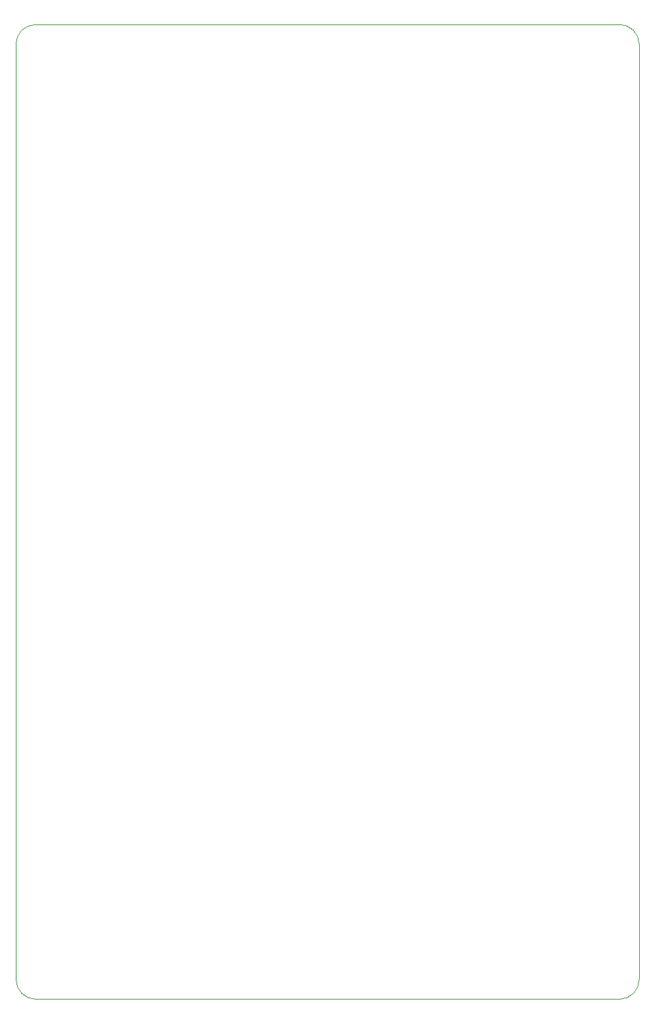
<source format=gm1>
G04*
G04 #@! TF.GenerationSoftware,Altium Limited,Altium Designer,20.0.9 (164)*
G04*
G04 Layer_Color=16711935*
%FSLAX24Y24*%
%MOIN*%
G70*
G01*
G75*
%ADD15C,0.0039*%
D15*
X994Y49213D02*
G03*
X-0Y48213I6J-1000D01*
G01*
X31496Y48218D02*
G03*
X30496Y49213I-1000J-6D01*
G01*
X0Y994D02*
G03*
X1000Y-0I1000J6D01*
G01*
X30502Y0D02*
G03*
X31496Y1000I-6J1000D01*
G01*
X31496D02*
Y48218D01*
X994Y49213D02*
X30496D01*
X0Y994D02*
Y48213D01*
X1004Y0D02*
X30502D01*
X994Y49213D02*
G03*
X-0Y48213I6J-1000D01*
G01*
X31496Y48218D02*
G03*
X30496Y49213I-1000J-6D01*
G01*
X0Y994D02*
G03*
X1000Y-0I1000J6D01*
G01*
X30502Y0D02*
G03*
X31496Y1000I-6J1000D01*
G01*
X31496D02*
Y48218D01*
X994Y49213D02*
X30496D01*
X0Y994D02*
Y48213D01*
X1004Y0D02*
X30502D01*
M02*

</source>
